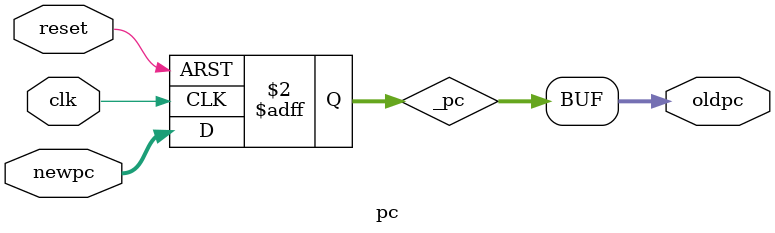
<source format=v>
module pc(
    input [31:0] newpc,
    input clk,
    input reset,
    output [31:0] oldpc
    );
	
	reg [31:0] _pc;
	
	always@(posedge clk or posedge reset)
	//always@(posedge clk)
	begin
		if(reset) 
			_pc <= 32'h00003000;
		else begin
			_pc  <= newpc;
		end
	end
	
	assign oldpc = _pc;
	
endmodule

</source>
